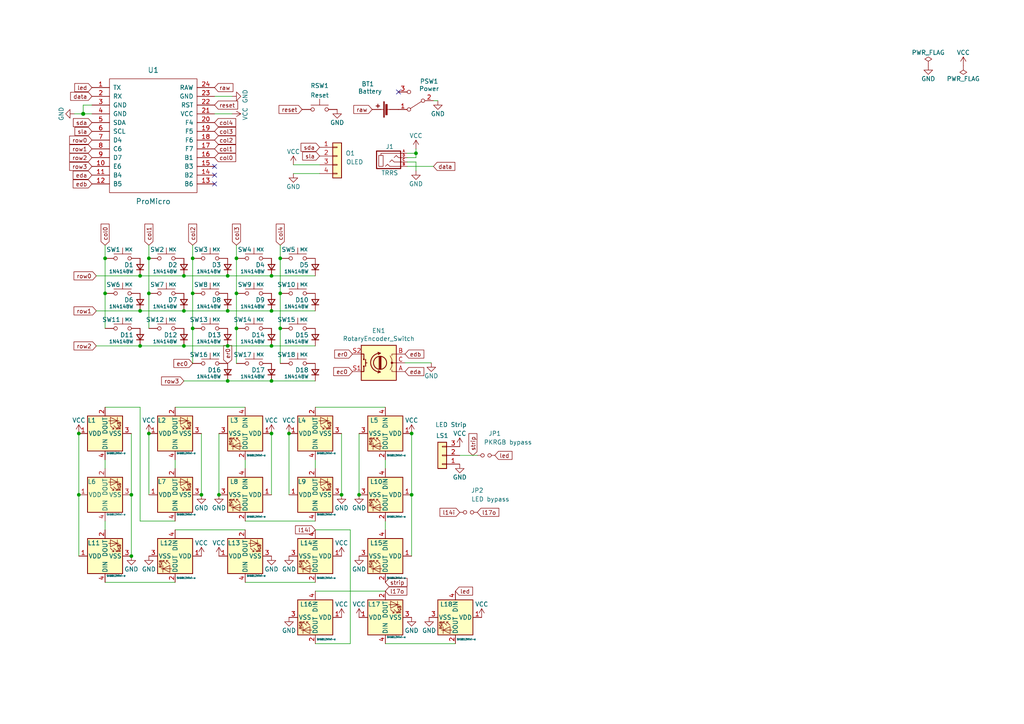
<source format=kicad_sch>
(kicad_sch (version 20211123) (generator eeschema)
  (paper "A4")
  (title_block (title "Howarya?") (date "2022-02-03") (rev "0.2.1") (company "jmnw"))
  (lib_symbols
    (symbol "Connector_Generic:Conn_01x03" (pin_names (offset 1.016) hide)
      (property "Reference" "J" (at 0 5.08 0))
      (property "Value" "Conn_01x03" (at 0 -5.08 0))
      (symbol "Conn_01x03_1_1"
        (rectangle (start -1.27 -2.413) (end 0 -2.667) (stroke (width 0.1524)))
        (rectangle (start -1.27 0.127) (end 0 -0.127) (stroke (width 0.1524)))
        (rectangle (start -1.27 2.667) (end 0 2.413) (stroke (width 0.1524)))
        (rectangle (start -1.27 3.81) (end 1.27 -3.81) (stroke (width 0.254)) (fill (type background)))
        (pin passive line (at -5.08 2.54 0) (length 3.81) (name "Pin_1") (number "1"))
        (pin passive line (at -5.08 0 0) (length 3.81) (name "Pin_2") (number "2"))
        (pin passive line (at -5.08 -2.54 0) (length 3.81) (name "Pin_3") (number "3"))
      )
    )
    (symbol "Connector_Generic:Conn_01x04" (pin_names (offset 1.016) hide)
      (property "Reference" "J" (at 0 5.08 0))
      (property "Value" "Conn_01x04" (at 0 -7.62 0))
      (symbol "Conn_01x04_1_1"
        (rectangle (start -1.27 -4.953) (end 0 -5.207) (stroke (width 0.1524)))
        (rectangle (start -1.27 -2.413) (end 0 -2.667) (stroke (width 0.1524)))
        (rectangle (start -1.27 0.127) (end 0 -0.127) (stroke (width 0.1524)))
        (rectangle (start -1.27 2.667) (end 0 2.413) (stroke (width 0.1524)))
        (rectangle (start -1.27 3.81) (end 1.27 -6.35) (stroke (width 0.254)) (fill (type background)))
        (pin passive line (at -5.08 2.54 0) (length 3.81) (name "Pin_1") (number "1"))
        (pin passive line (at -5.08 0 0) (length 3.81) (name "Pin_2") (number "2"))
        (pin passive line (at -5.08 -2.54 0) (length 3.81) (name "Pin_3") (number "3"))
        (pin passive line (at -5.08 -5.08 0) (length 3.81) (name "Pin_4") (number "4"))
      )
    )
    (symbol "Device:Battery_Cell" (pin_numbers hide) (pin_names (offset 0) hide)
      (property "Reference" "BT" (at 2.54 2.54 0))
      (property "Value" "Battery_Cell" (at 2.54 0 0))
      (symbol "Battery_Cell_0_1"
        (rectangle (start -2.286 1.778) (end 2.286 1.524) (fill (type outline)))
        (rectangle (start -1.5748 1.1938) (end 1.4732 0.6858) (fill (type outline)))
        (polyline (pts (xy 0 0.762) (xy 0 0)))
        (polyline (pts (xy 0 1.778) (xy 0 2.54)))
        (polyline (pts (xy 0.508 3.429) (xy 1.524 3.429)) (stroke (width 0.254)))
        (polyline (pts (xy 1.016 3.937) (xy 1.016 2.921)) (stroke (width 0.254)))
      )
      (symbol "Battery_Cell_1_1"
        (pin passive line (at 0 5.08 270) (length 2.54) (name "+") (number "1"))
        (pin passive line (at 0 -2.54 90) (length 2.54) (name "-") (number "2"))
      )
    )
    (symbol "Device:D_Small" (pin_numbers hide) (pin_names (offset 0.254) hide)
      (property "Reference" "D" (at -1.27 2.032 0))
      (property "Value" "D_Small" (at -3.81 -2.032 0))
      (symbol "D_Small_0_1"
        (polyline (pts (xy -0.762 -1.016) (xy -0.762 1.016)) (stroke (width 0.254)))
        (polyline (pts (xy -0.762 0) (xy 0.762 0)))
        (polyline (pts (xy 0.762 -1.016) (xy -0.762 0) (xy 0.762 1.016) (xy 0.762 -1.016)) (stroke (width 0.254)))
      )
      (symbol "D_Small_1_1"
        (pin passive line (at -2.54 0 0) (length 1.778) (name "K") (number "1"))
        (pin passive line (at 2.54 0 180) (length 1.778) (name "A") (number "2"))
      )
    )
    (symbol "Device:Jumper_NO_Small" (pin_numbers hide) (pin_names (offset 0.762) hide)
      (property "Reference" "JP" (at 0 2.032 0))
      (property "Value" "Jumper_NO_Small" (at 0.254 -1.524 0))
      (symbol "Jumper_NO_Small_0_1"
        (circle (center -1.016 0) (radius 0.508))
        (circle (center 1.016 0) (radius 0.508))
        (pin passive line (at -2.54 0 0) (length 1.016) (name "1") (number "1"))
        (pin passive line (at 2.54 0 180) (length 1.016) (name "2") (number "2"))
      )
    )
    (symbol "Device:RotaryEncoder_Switch" (pin_names (offset 0.254) hide)
      (property "Reference" "SW" (at 0 6.604 0))
      (property "Value" "Device_RotaryEncoder_Switch" (at 0 -6.604 0))
      (symbol "RotaryEncoder_Switch_0_1"
        (rectangle (start -5.08 5.08) (end 5.08 -5.08) (stroke (width 0.254)) (fill (type background)))
        (circle (center -3.81 0) (radius 0.254) (fill (type outline)))
        (arc (start -0.381 -2.794) (mid 2.3622 -0.0635) (end -0.381 2.667) (stroke (width 0.254)))
        (circle (center -0.381 0) (radius 1.905) (stroke (width 0.254)))
        (polyline (pts (xy -0.635 -1.778) (xy -0.635 1.778)) (stroke (width 0.254)))
        (polyline (pts (xy -0.381 -1.778) (xy -0.381 1.778)) (stroke (width 0.254)))
        (polyline (pts (xy -0.127 1.778) (xy -0.127 -1.778)) (stroke (width 0.254)))
        (polyline (pts (xy 3.81 0) (xy 3.429 0)) (stroke (width 0.254)))
        (polyline (pts (xy 3.81 1.016) (xy 3.81 -1.016)) (stroke (width 0.254)))
        (polyline (pts (xy -5.08 -2.54) (xy -3.81 -2.54) (xy -3.81 -2.032)))
        (polyline (pts (xy -5.08 2.54) (xy -3.81 2.54) (xy -3.81 2.032)))
        (polyline (pts (xy 0.254 -3.048) (xy -0.508 -2.794) (xy 0.127 -2.413)) (stroke (width 0.254)))
        (polyline (pts (xy 0.254 2.921) (xy -0.508 2.667) (xy 0.127 2.286)) (stroke (width 0.254)))
        (polyline (pts (xy 5.08 -2.54) (xy 4.318 -2.54) (xy 4.318 -1.016)) (stroke (width 0.254)))
        (polyline (pts (xy 5.08 2.54) (xy 4.318 2.54) (xy 4.318 1.016)) (stroke (width 0.254)))
        (polyline (pts (xy -5.08 0) (xy -3.81 0) (xy -3.81 -1.016) (xy -3.302 -2.032)))
        (polyline (pts (xy -4.318 0) (xy -3.81 0) (xy -3.81 1.016) (xy -3.302 2.032)))
        (circle (center 4.318 -1.016) (radius 0.127) (stroke (width 0.254)))
        (circle (center 4.318 1.016) (radius 0.127) (stroke (width 0.254)))
      )
      (symbol "RotaryEncoder_Switch_1_1"
        (pin passive line (at -7.62 2.54 0) (length 2.54) (name "A") (number "A"))
        (pin passive line (at -7.62 -2.54 0) (length 2.54) (name "B") (number "B"))
        (pin passive line (at -7.62 0 0) (length 2.54) (name "C") (number "C"))
        (pin passive line (at 7.62 2.54 180) (length 2.54) (name "S1") (number "S1"))
        (pin passive line (at 7.62 -2.54 180) (length 2.54) (name "S2") (number "S2"))
      )
    )
    (symbol "Switch:SW_Push" (pin_numbers hide) (pin_names (offset 1.016) hide)
      (property "Reference" "SW" (at 1.27 2.54 0))
      (property "Value" "SW_Push" (at 0 -1.524 0))
      (symbol "SW_Push_0_1"
        (circle (center -2.032 0) (radius 0.508))
        (polyline (pts (xy 0 1.27) (xy 0 3.048)))
        (polyline (pts (xy 2.54 1.27) (xy -2.54 1.27)))
        (circle (center 2.032 0) (radius 0.508))
        (pin passive line (at -5.08 0 0) (length 2.54) (name "1") (number "1"))
        (pin passive line (at 5.08 0 180) (length 2.54) (name "2") (number "2"))
      )
    )
    (symbol "Switch:SW_SPDT" (pin_names (offset 0) hide)
      (property "Reference" "SW" (at 0 4.318 0))
      (property "Value" "SW_SPDT" (at 0 -5.08 0))
      (symbol "SW_SPDT_0_0"
        (circle (center -2.032 0) (radius 0.508))
        (circle (center 2.032 -2.54) (radius 0.508))
      )
      (symbol "SW_SPDT_0_1"
        (polyline (pts (xy -1.524 0.254) (xy 1.651 2.286)))
        (circle (center 2.032 2.54) (radius 0.508))
      )
      (symbol "SW_SPDT_1_1"
        (pin passive line (at 5.08 2.54 180) (length 2.54) (name "A") (number "1"))
        (pin passive line (at -5.08 0 0) (length 2.54) (name "B") (number "2"))
        (pin passive line (at 5.08 -2.54 180) (length 2.54) (name "C") (number "3"))
      )
    )
    (symbol "power:GND" (power) (pin_names (offset 0))
      (property "Value" "GND" (at 0 -3.81 0))
      (symbol "GND_0_1"
        (polyline (pts (xy 0 0) (xy 0 -1.27) (xy 1.27 -1.27) (xy 0 -2.54) (xy -1.27 -1.27) (xy 0 -1.27)))
      )
      (symbol "GND_1_1"
        (pin power_in line (at 0 0 270) (length 0) hide (name "GND") (number "1"))
      )
    )
    (symbol "power:PWR_FLAG" (power) (pin_numbers hide) (pin_names (offset 0) hide)
      (property "Value" "PWR_FLAG" (at 0 3.81 0))
      (symbol "PWR_FLAG_0_0"
        (pin power_out line (at 0 0 90) (length 0) (name "pwr") (number "1"))
      )
      (symbol "PWR_FLAG_0_1"
        (polyline (pts (xy 0 0) (xy 0 1.27) (xy -1.016 1.905) (xy 0 2.54) (xy 1.016 1.905) (xy 0 1.27)))
      )
    )
    (symbol "power:VCC" (power) (pin_names (offset 0))
      (property "Value" "VCC" (at 0 3.81 0))
      (symbol "VCC_0_1"
        (polyline (pts (xy -0.762 1.27) (xy 0 2.54)))
        (polyline (pts (xy 0 0) (xy 0 2.54)))
        (polyline (pts (xy 0 2.54) (xy 0.762 1.27)))
      )
      (symbol "VCC_1_1"
        (pin power_in line (at 0 0 90) (length 0) hide (name "VCC") (number "1"))
      )
    )
    (symbol "swoop:MJ-4PP-9-kbd-corne-light-rescue" (pin_names (offset 1.016))
      (property "Reference" "J" (at 0 3.81 0))
      (property "Value" "MJ-4PP-9-kbd-corne-light-rescue" (at 0 -3.81 0))
      (symbol "MJ-4PP-9-kbd-corne-light-rescue_0_1"
        (rectangle (start -1.905 -1.905) (end -3.175 1.27))
        (polyline (pts (xy -2.54 1.27) (xy -2.54 1.905) (xy 3.175 1.905)))
        (polyline (pts (xy -1.27 -1.905) (xy -0.635 -1.27) (xy 0 -1.905) (xy 3.175 -1.905)))
        (polyline (pts (xy 0 -0.635) (xy 0.635 0) (xy 1.27 -0.635) (xy 3.175 -0.635)))
        (polyline (pts (xy 1.27 0.635) (xy 1.905 1.27) (xy 2.54 0.635) (xy 3.175 0.635)))
        (rectangle (start 3.175 2.54) (end -3.81 -2.54) (stroke (width 0.3048)))
      )
      (symbol "MJ-4PP-9-kbd-corne-light-rescue_1_1"
        (pin input line (at 5.08 1.905 180) (length 2.0066) (name "~") (number "A"))
        (pin input line (at 5.08 -1.905 180) (length 2.0066) (name "~") (number "B"))
        (pin input line (at 5.08 -0.635 180) (length 2.0066) (name "~") (number "C"))
        (pin input line (at 5.08 0.635 180) (length 2.0066) (name "~") (number "D"))
      )
    )
    (symbol "swoop:ProMicro-kbd-corne-light-rescue" (pin_names (offset 1.016))
      (property "Reference" "U" (at 0 24.13 0))
      (property "Value" "ProMicro-kbd-corne-light-rescue" (at 0 -13.97 0))
      (symbol "ProMicro-kbd-corne-light-rescue_0_1"
        (rectangle (start -12.7 21.59) (end 12.7 -11.43))
      )
      (symbol "ProMicro-kbd-corne-light-rescue_1_1"
        (pin bidirectional line (at -17.78 19.05 0) (length 5.08) (name "TX") (number "1"))
        (pin bidirectional line (at -17.78 -3.81 0) (length 5.08) (name "E6") (number "10"))
        (pin bidirectional line (at -17.78 -6.35 0) (length 5.08) (name "B4") (number "11"))
        (pin bidirectional line (at -17.78 -8.89 0) (length 5.08) (name "B5") (number "12"))
        (pin bidirectional line (at 17.78 -8.89 180) (length 5.08) (name "B6") (number "13"))
        (pin bidirectional line (at 17.78 -6.35 180) (length 5.08) (name "B2") (number "14"))
        (pin bidirectional line (at 17.78 -3.81 180) (length 5.08) (name "B3") (number "15"))
        (pin bidirectional line (at 17.78 -1.27 180) (length 5.08) (name "B1") (number "16"))
        (pin bidirectional line (at 17.78 1.27 180) (length 5.08) (name "F7") (number "17"))
        (pin bidirectional line (at 17.78 3.81 180) (length 5.08) (name "F6") (number "18"))
        (pin bidirectional line (at 17.78 6.35 180) (length 5.08) (name "F5") (number "19"))
        (pin bidirectional line (at -17.78 16.51 0) (length 5.08) (name "RX") (number "2"))
        (pin bidirectional line (at 17.78 8.89 180) (length 5.08) (name "F4") (number "20"))
        (pin power_in line (at 17.78 11.43 180) (length 5.08) (name "VCC") (number "21"))
        (pin input line (at 17.78 13.97 180) (length 5.08) (name "RST") (number "22"))
        (pin power_in line (at 17.78 16.51 180) (length 5.08) (name "GND") (number "23"))
        (pin power_out line (at 17.78 19.05 180) (length 5.08) (name "RAW") (number "24"))
        (pin power_in line (at -17.78 13.97 0) (length 5.08) (name "GND") (number "3"))
        (pin power_in line (at -17.78 11.43 0) (length 5.08) (name "GND") (number "4"))
        (pin bidirectional line (at -17.78 8.89 0) (length 5.08) (name "SDA") (number "5"))
        (pin bidirectional line (at -17.78 6.35 0) (length 5.08) (name "SCL") (number "6"))
        (pin bidirectional line (at -17.78 3.81 0) (length 5.08) (name "D4") (number "7"))
        (pin bidirectional line (at -17.78 1.27 0) (length 5.08) (name "C6") (number "8"))
        (pin bidirectional line (at -17.78 -1.27 0) (length 5.08) (name "D7") (number "9"))
      )
    )
    (symbol "swoop:SK6812MINI-E" (pin_names (offset 0.254))
      (property "Reference" "L1" (at -4.699 3.81 90))
      (property "Value" "SK6812MINI-E" (at 2.921 -5.715 90))
      (symbol "SK6812MINI-E_0_0"
        (text "RGB" (at 2.286 -4.191 0) (effects (font (size 0.762 0.762))))
      )
      (symbol "SK6812MINI-E_0_1"
        (polyline (pts (xy 1.27 -3.556) (xy 1.778 -3.556)))
        (polyline (pts (xy 1.27 -2.54) (xy 1.778 -2.54)))
        (polyline (pts (xy 4.699 -3.556) (xy 2.667 -3.556)))
        (polyline (pts (xy 2.286 -2.54) (xy 1.27 -3.556) (xy 1.27 -3.048)))
        (polyline (pts (xy 2.286 -1.524) (xy 1.27 -2.54) (xy 1.27 -2.032)))
        (polyline (pts (xy 3.683 -1.016) (xy 3.683 -3.556) (xy 3.683 -4.064)))
        (polyline (pts (xy 4.699 -1.524) (xy 2.667 -1.524) (xy 3.683 -3.556) (xy 4.699 -1.524)))
        (rectangle (start 5.08 5.08) (end -5.08 -5.08) (stroke (width 0.254)) (fill (type background)))
      )
      (symbol "SK6812MINI-E_1_1"
        (pin power_in line (at 0 7.62 270) (length 2.54) (name "VDD") (number "1"))
        (pin output line (at 7.62 0 180) (length 2.54) (name "DOUT") (number "2"))
        (pin power_in line (at 0 -7.62 90) (length 2.54) (name "VSS") (number "3"))
        (pin input line (at -7.62 0 0) (length 2.54) (name "DIN") (number "4"))
      )
    )
  )
  (junction (at 43.18 85.09))
  (junction (at 53.34 80.01))
  (junction (at 68.58 74.93))
  (junction (at 38.1 143.51))
  (junction (at 68.58 95.25))
  (junction (at 83.82 125.73))
  (junction (at 68.58 85.09))
  (junction (at 22.86 143.51))
  (junction (at 38.1 161.29))
  (junction (at 66.04 90.17))
  (junction (at 119.38 125.73))
  (junction (at 66.04 110.49))
  (junction (at 78.74 110.49))
  (junction (at 66.04 100.33))
  (junction (at 53.34 90.17))
  (junction (at 58.42 143.51))
  (junction (at 40.64 100.33))
  (junction (at 99.06 143.51))
  (junction (at 78.74 100.33))
  (junction (at 24.13 33.02) (diameter 1.016))
  (junction (at 119.38 143.51))
  (junction (at 55.88 74.93))
  (junction (at 53.34 100.33))
  (junction (at 120.65 44.45))
  (junction (at 55.88 85.09))
  (junction (at 22.86 125.73))
  (junction (at 55.88 95.25))
  (junction (at 104.14 143.51))
  (junction (at 81.28 85.09))
  (junction (at 43.18 74.93))
  (junction (at 30.48 74.93))
  (junction (at 43.18 125.73))
  (junction (at 81.28 74.93))
  (junction (at 40.64 80.01))
  (junction (at 81.28 95.25))
  (junction (at 78.74 80.01))
  (junction (at 30.48 85.09))
  (junction (at 78.74 90.17))
  (junction (at 40.64 90.17))
  (junction (at 78.74 125.73))
  (junction (at 66.04 80.01))
  (junction (at 63.5 143.51))
  (no_connect (at 115.57 26.67))
  (no_connect (at 62.23 53.34))
  (no_connect (at 62.23 48.26))
  (no_connect (at 62.23 50.8))
  (wire (pts (xy 40.64 118.11) (xy 40.64 151.13)))
  (wire (pts (xy 22.86 125.73) (xy 22.86 143.51)))
  (wire (pts (xy 118.11 45.72) (xy 120.65 45.72)))
  (wire (pts (xy 55.88 74.93) (xy 55.88 85.09)))
  (wire (pts (xy 55.88 85.09) (xy 55.88 95.25)))
  (wire (pts (xy 55.88 71.12) (xy 55.88 74.93)))
  (wire (pts (xy 55.88 95.25) (xy 55.88 105.41)))
  (wire (pts (xy 119.38 143.51) (xy 119.38 161.29)))
  (wire (pts (xy 43.18 71.12) (xy 43.18 74.93)))
  (wire (pts (xy 43.18 74.93) (xy 43.18 85.09)))
  (wire (pts (xy 43.18 85.09) (xy 43.18 95.25)))
  (wire (pts (xy 71.12 168.91) (xy 91.44 168.91)))
  (wire (pts (xy 30.48 168.91) (xy 50.8 168.91)))
  (wire (pts (xy 62.23 27.94) (xy 67.31 27.94)))
  (wire (pts (xy 78.74 125.73) (xy 78.74 143.51)))
  (wire (pts (xy 30.48 151.13) (xy 30.48 153.67)))
  (wire (pts (xy 53.34 110.49) (xy 66.04 110.49)))
  (wire (pts (xy 38.1 125.73) (xy 38.1 143.51)))
  (wire (pts (xy 40.64 151.13) (xy 50.8 151.13)))
  (wire (pts (xy 104.14 125.73) (xy 104.14 143.51)))
  (wire (pts (xy 133.35 132.08) (xy 138.43 132.08)))
  (wire (pts (xy 63.5 125.73) (xy 63.5 143.51)))
  (wire (pts (xy 91.44 118.11) (xy 111.76 118.11)))
  (wire (pts (xy 71.12 133.35) (xy 71.12 135.89)))
  (wire (pts (xy 111.76 133.35) (xy 111.76 135.89)))
  (wire (pts (xy 120.65 46.99) (xy 120.65 49.53)))
  (wire (pts (xy 91.44 186.69) (xy 101.6 186.69)))
  (wire (pts (xy 119.38 125.73) (xy 119.38 143.51)))
  (wire (pts (xy 50.8 153.67) (xy 71.12 153.67)))
  (wire (pts (xy 111.76 186.69) (xy 132.08 186.69)))
  (wire (pts (xy 99.06 125.73) (xy 99.06 143.51)))
  (wire (pts (xy 83.82 125.73) (xy 83.82 143.51)))
  (wire (pts (xy 62.23 33.02) (xy 67.31 33.02)))
  (wire (pts (xy 50.8 118.11) (xy 71.12 118.11)))
  (wire (pts (xy 24.13 33.02) (xy 26.67 33.02)))
  (wire (pts (xy 68.58 85.09) (xy 68.58 95.25)))
  (wire (pts (xy 68.58 95.25) (xy 68.58 105.41)))
  (wire (pts (xy 68.58 71.12) (xy 68.58 74.93)))
  (wire (pts (xy 68.58 74.93) (xy 68.58 85.09)))
  (wire (pts (xy 53.34 100.33) (xy 66.04 100.33)))
  (wire (pts (xy 40.64 100.33) (xy 53.34 100.33)))
  (wire (pts (xy 66.04 100.33) (xy 78.74 100.33)))
  (wire (pts (xy 78.74 100.33) (xy 91.44 100.33)))
  (wire (pts (xy 27.94 100.33) (xy 40.64 100.33)))
  (wire (pts (xy 40.64 90.17) (xy 53.34 90.17)))
  (wire (pts (xy 53.34 90.17) (xy 66.04 90.17)))
  (wire (pts (xy 78.74 90.17) (xy 91.44 90.17)))
  (wire (pts (xy 27.94 90.17) (xy 40.64 90.17)))
  (wire (pts (xy 66.04 90.17) (xy 78.74 90.17)))
  (wire (pts (xy 26.67 30.48) (xy 24.13 30.48)))
  (wire (pts (xy 22.86 143.51) (xy 22.86 161.29)))
  (wire (pts (xy 78.74 110.49) (xy 91.44 110.49)))
  (wire (pts (xy 40.64 80.01) (xy 53.34 80.01)))
  (wire (pts (xy 53.34 80.01) (xy 66.04 80.01)))
  (wire (pts (xy 78.74 80.01) (xy 91.44 80.01)))
  (wire (pts (xy 27.94 80.01) (xy 40.64 80.01)))
  (wire (pts (xy 66.04 80.01) (xy 78.74 80.01)))
  (wire (pts (xy 91.44 171.45) (xy 111.76 171.45)))
  (wire (pts (xy 66.04 110.49) (xy 78.74 110.49)))
  (wire (pts (xy 85.09 47.8005) (xy 92.71 47.8005)))
  (wire (pts (xy 24.13 30.48) (xy 24.13 33.02)))
  (wire (pts (xy 50.8 133.35) (xy 50.8 135.89)))
  (wire (pts (xy 118.11 44.45) (xy 120.65 44.45)))
  (wire (pts (xy 43.18 125.73) (xy 43.18 143.51)))
  (wire (pts (xy 118.11 48.26) (xy 125.73 48.26)))
  (wire (pts (xy 30.48 118.11) (xy 40.64 118.11)))
  (wire (pts (xy 117.475 105.2345) (xy 125.095 105.2345)))
  (wire (pts (xy 38.1 143.51) (xy 38.1 161.29)))
  (wire (pts (xy 111.76 151.13) (xy 111.76 153.67)))
  (wire (pts (xy 21.59 33.02) (xy 24.13 33.02)))
  (wire (pts (xy 30.48 74.93) (xy 30.48 85.09)))
  (wire (pts (xy 30.48 85.09) (xy 30.48 95.25)))
  (wire (pts (xy 30.48 71.12) (xy 30.48 74.93)))
  (wire (pts (xy 85.09 50.3405) (xy 92.71 50.3405)))
  (wire (pts (xy 118.11 46.99) (xy 120.65 46.99)))
  (wire (pts (xy 120.65 45.72) (xy 120.65 44.45)))
  (wire (pts (xy 120.65 44.45) (xy 120.65 43.18)))
  (wire (pts (xy 58.42 125.73) (xy 58.42 143.51)))
  (wire (pts (xy 71.12 151.13) (xy 91.44 151.13)))
  (wire (pts (xy 101.6 186.69) (xy 101.6 153.67)))
  (wire (pts (xy 125.73 29.21) (xy 127 29.21)))
  (wire (pts (xy 30.48 133.35) (xy 30.48 135.89)))
  (wire (pts (xy 91.44 133.35) (xy 91.44 135.89)))
  (wire (pts (xy 81.28 95.25) (xy 81.28 105.41)))
  (wire (pts (xy 81.28 85.09) (xy 81.28 95.25)))
  (wire (pts (xy 81.28 71.12) (xy 81.28 74.93)))
  (wire (pts (xy 81.28 74.93) (xy 81.28 85.09)))
  (wire (pts (xy 101.6 153.67) (xy 91.44 153.67)))
  (global_label "row2" (shape input) (at 26.67 45.72 180) (effects (font (size 1.1938 1.1938))) (property "Intersheet References" "${INTERSHEET_REFS}" (effects hide)))
  (global_label "raw" (shape input) (at 62.23 25.4 0) (effects (font (size 1.1938 1.1938))) (property "Intersheet References" "${INTERSHEET_REFS}" (effects hide)))
  (global_label "led" (shape input) (at 132.08 171.45 0) (effects (font (size 1.1938 1.1938))) (property "Intersheet References" "${INTERSHEET_REFS}" (effects hide)))
  (global_label "er0" (shape input) (at 102.235 102.6945 180) (effects (font (size 1.1938 1.1938))) (property "Intersheet References" "${INTERSHEET_REFS}" (effects hide)))
  (global_label "row3" (shape input) (at 26.67 48.26 180) (effects (font (size 1.1938 1.1938))) (property "Intersheet References" "${INTERSHEET_REFS}" (effects hide)))
  (global_label "reset" (shape input) (at 62.23 30.48 0) (effects (font (size 1.1938 1.1938))) (property "Intersheet References" "${INTERSHEET_REFS}" (effects hide)))
  (global_label "ec0" (shape input) (at 102.235 107.7745 180) (effects (font (size 1.1938 1.1938))) (property "Intersheet References" "${INTERSHEET_REFS}" (effects hide)))
  (global_label "ec0" (shape input) (at 55.88 105.41 180) (effects (font (size 1.1938 1.1938))) (property "Intersheet References" "${INTERSHEET_REFS}" (effects hide)))
  (global_label "row3" (shape input) (at 53.34 110.49 180) (effects (font (size 1.1938 1.1938))) (property "Intersheet References" "${INTERSHEET_REFS}" (effects hide)))
  (global_label "eda" (shape input) (at 26.67 50.8 180) (effects (font (size 1.1938 1.1938))) (property "Intersheet References" "${INTERSHEET_REFS}" (effects hide)))
  (global_label "sla" (shape input) (at 92.71 45.2605 180) (effects (font (size 1.1938 1.1938))) (property "Intersheet References" "${INTERSHEET_REFS}" (effects hide)))
  (global_label "row2" (shape input) (at 27.94 100.33 180) (effects (font (size 1.1938 1.1938))) (property "Intersheet References" "${INTERSHEET_REFS}" (effects hide)))
  (global_label "sla" (shape input) (at 26.67 38.1 180) (effects (font (size 1.1938 1.1938))) (property "Intersheet References" "${INTERSHEET_REFS}" (effects hide)))
  (global_label "sda" (shape input) (at 92.71 42.7205 180) (effects (font (size 1.1938 1.1938))) (property "Intersheet References" "${INTERSHEET_REFS}" (effects hide)))
  (global_label "col1" (shape input) (at 62.23 43.18 0) (effects (font (size 1.1938 1.1938))) (property "Intersheet References" "${INTERSHEET_REFS}" (effects hide)))
  (global_label "col1" (shape input) (at 43.18 71.12 90) (effects (font (size 1.1938 1.1938))) (property "Intersheet References" "${INTERSHEET_REFS}" (effects hide)))
  (global_label "er0" (shape input) (at 66.04 105.41 90) (effects (font (size 1.1938 1.1938))) (property "Intersheet References" "${INTERSHEET_REFS}" (effects hide)))
  (global_label "raw" (shape input) (at 107.95 31.75 180) (effects (font (size 1.1938 1.1938))) (property "Intersheet References" "${INTERSHEET_REFS}" (effects hide)))
  (global_label "led" (shape input) (at 143.51 132.08 0) (effects (font (size 1.1938 1.1938))) (property "Intersheet References" "${INTERSHEET_REFS}" (effects hide)))
  (global_label "col3" (shape input) (at 62.23 38.1 0) (effects (font (size 1.1938 1.1938))) (property "Intersheet References" "${INTERSHEET_REFS}" (effects hide)))
  (global_label "col2" (shape input) (at 62.23 40.64 0) (effects (font (size 1.1938 1.1938))) (property "Intersheet References" "${INTERSHEET_REFS}" (effects hide)))
  (global_label "led" (shape input) (at 26.67 25.4 180) (effects (font (size 1.1938 1.1938))) (property "Intersheet References" "${INTERSHEET_REFS}" (effects hide)))
  (global_label "l17o" (shape input) (at 138.43 148.59 0) (effects (font (size 1.1938 1.1938))) (property "Intersheet References" "${INTERSHEET_REFS}" (effects hide)))
  (global_label "col2" (shape input) (at 55.88 71.12 90) (effects (font (size 1.1938 1.1938))) (property "Intersheet References" "${INTERSHEET_REFS}" (effects hide)))
  (global_label "strip" (shape input) (at 137.16 132.08 90) (effects (font (size 1.1938 1.1938))) (property "Intersheet References" "${INTERSHEET_REFS}" (effects hide)))
  (global_label "strip" (shape input) (at 111.76 168.91 0) (effects (font (size 1.1938 1.1938))) (property "Intersheet References" "${INTERSHEET_REFS}" (effects hide)))
  (global_label "edb" (shape input) (at 26.67 53.34 180) (effects (font (size 1.1938 1.1938))) (property "Intersheet References" "${INTERSHEET_REFS}" (effects hide)))
  (global_label "data" (shape input) (at 26.67 27.94 180) (effects (font (size 1.1938 1.1938))) (property "Intersheet References" "${INTERSHEET_REFS}" (effects hide)))
  (global_label "edb" (shape input) (at 117.475 102.6945 0) (effects (font (size 1.1938 1.1938))) (property "Intersheet References" "${INTERSHEET_REFS}" (effects hide)))
  (global_label "col3" (shape input) (at 68.58 71.12 90) (effects (font (size 1.1938 1.1938))) (property "Intersheet References" "${INTERSHEET_REFS}" (effects hide)))
  (global_label "l14i" (shape input) (at 133.35 148.59 180) (effects (font (size 1.1938 1.1938))) (property "Intersheet References" "${INTERSHEET_REFS}" (effects hide)))
  (global_label "row1" (shape input) (at 26.67 43.18 180) (effects (font (size 1.1938 1.1938))) (property "Intersheet References" "${INTERSHEET_REFS}" (effects hide)))
  (global_label "sda" (shape input) (at 26.67 35.56 180) (effects (font (size 1.1938 1.1938))) (property "Intersheet References" "${INTERSHEET_REFS}" (effects hide)))
  (global_label "col4" (shape input) (at 81.28 71.12 90) (effects (font (size 1.1938 1.1938))) (property "Intersheet References" "${INTERSHEET_REFS}" (effects hide)))
  (global_label "col0" (shape input) (at 30.48 71.12 90) (effects (font (size 1.1938 1.1938))) (property "Intersheet References" "${INTERSHEET_REFS}" (effects hide)))
  (global_label "reset" (shape input) (at 87.63 31.75 180) (effects (font (size 1.1938 1.1938))) (property "Intersheet References" "${INTERSHEET_REFS}" (effects hide)))
  (global_label "row0" (shape input) (at 27.94 80.01 180) (effects (font (size 1.1938 1.1938))) (property "Intersheet References" "${INTERSHEET_REFS}" (effects hide)))
  (global_label "data" (shape input) (at 125.73 48.26 0) (effects (font (size 1.1938 1.1938))) (property "Intersheet References" "${INTERSHEET_REFS}" (effects hide)))
  (global_label "l17o" (shape input) (at 111.76 171.45 0) (effects (font (size 1.1938 1.1938))) (property "Intersheet References" "${INTERSHEET_REFS}" (effects hide)))
  (global_label "col0" (shape input) (at 62.23 45.72 0) (effects (font (size 1.1938 1.1938))) (property "Intersheet References" "${INTERSHEET_REFS}" (effects hide)))
  (global_label "col4" (shape input) (at 62.23 35.56 0) (effects (font (size 1.1938 1.1938))) (property "Intersheet References" "${INTERSHEET_REFS}" (effects hide)))
  (global_label "row0" (shape input) (at 26.67 40.64 180) (effects (font (size 1.1938 1.1938))) (property "Intersheet References" "${INTERSHEET_REFS}" (effects hide)))
  (global_label "row1" (shape input) (at 27.94 90.17 180) (effects (font (size 1.1938 1.1938))) (property "Intersheet References" "${INTERSHEET_REFS}" (effects hide)))
  (global_label "eda" (shape input) (at 117.475 107.7745 0) (effects (font (size 1.1938 1.1938))) (property "Intersheet References" "${INTERSHEET_REFS}" (effects hide)))
  (global_label "l14i" (shape input) (at 91.44 153.67 180) (effects (font (size 1.1938 1.1938))) (property "Intersheet References" "${INTERSHEET_REFS}" (effects hide)))
  (symbol (lib_id "swoop:ProMicro-kbd-corne-light-rescue") (at 44.45 44.45 0) (unit 1)
    (property "Reference" "U1" (at 44.45 20.32 0) (effects (font (size 1.524 1.524))))
    (property "Value" "ProMicro" (at 44.45 58.42 0) (effects (font (size 1.524 1.524))))
    (property "Footprint" "swoop:ProMicro_jumpers" (effects hide))
  )
  (symbol (lib_id "power:GND") (at 67.31 27.94 90) (unit 1)
    (property "Reference" "#PWR03" (effects hide))
    (property "Value" "GND" (at 71.12 27.94 0))
  )
  (symbol (lib_id "power:VCC") (at 67.31 33.02 270) (unit 1)
    (property "Reference" "#PWR05" (effects hide))
    (property "Value" "VCC" (at 71.12 33.02 0))
  )
  (symbol (lib_id "power:GND") (at 21.59 33.02 270) (unit 1)
    (property "Reference" "#PWR04" (effects hide))
    (property "Value" "GND" (at 17.78 33.02 0))
  )
  (symbol (lib_id "power:GND") (at 269.24 19.05 0) (unit 1)
    (property "Reference" "#PWR01" (effects hide))
    (property "Value" "GND" (at 269.24 22.86 0))
  )
  (symbol (lib_id "power:VCC") (at 279.4 19.05 0) (unit 1)
    (property "Reference" "#PWR02" (effects hide))
    (property "Value" "VCC" (at 279.4 15.24 0))
  )
  (symbol (lib_id "power:PWR_FLAG") (at 279.4 19.05 180) (unit 1)
    (property "Reference" "#FLG02" (effects hide))
    (property "Value" "PWR_FLAG" (at 279.4 22.86 0))
  )
  (symbol (lib_id "power:PWR_FLAG") (at 269.24 19.05 0) (unit 1)
    (property "Reference" "#FLG01" (effects hide))
    (property "Value" "PWR_FLAG" (at 269.24 15.24 0))
  )
  (symbol (lib_id "power:VCC") (at 120.65 43.18 0) (unit 1)
    (property "Reference" "#PWR06" (effects hide))
    (property "Value" "VCC" (at 120.65 39.37 0))
  )
  (symbol (lib_id "power:GND") (at 120.65 49.53 0) (unit 1)
    (property "Reference" "#PWR08" (effects hide))
    (property "Value" "GND" (at 120.65 53.34 0))
  )
  (symbol (lib_id "swoop:MJ-4PP-9-kbd-corne-light-rescue") (at 113.03 46.355 0) (unit 1)
    (property "Reference" "J1" (at 113.03 42.545 0))
    (property "Value" "TRRS" (at 113.03 50.165 0))
    (property "Footprint" "swoop:TRRS-3pin" (effects hide))
  )
  (symbol (lib_id "Device:D_Small") (at 78.74 77.47 90) (unit 1)
    (property "Reference" "D4" (at 76.835 76.835 90) (effects (justify left)))
    (property "Value" " 1N4148W" (at 76.835 78.74 90) (effects (font (size 1 1)) (justify left)))
    (property "Footprint" "swoop:D_SMD_TH" (effects hide))
  )
  (symbol (lib_id "Device:D_Small") (at 40.64 97.79 90) (unit 1)
    (property "Reference" "D11" (at 38.735 97.155 90) (effects (justify left)))
    (property "Value" " 1N4148W" (at 38.735 99.06 90) (effects (font (size 1 1)) (justify left)))
    (property "Footprint" "swoop:D_SMD_TH" (effects hide))
  )
  (symbol (lib_id "Device:D_Small") (at 53.34 77.47 90) (unit 1)
    (property "Reference" "D2" (at 51.435 76.835 90) (effects (justify left)))
    (property "Value" " 1N4148W" (at 51.435 78.74 90) (effects (font (size 1 1)) (justify left)))
    (property "Footprint" "swoop:D_SMD_TH" (effects hide))
  )
  (symbol (lib_id "power:VCC") (at 133.35 129.54 0) (unit 1)
    (property "Reference" "#PWR0109" (effects hide))
    (property "Value" "VCC" (at 133.35 125.73 0))
  )
  (symbol (lib_id "power:GND") (at 99.06 143.51 0) (unit 1)
    (property "Reference" "#PWR015" (effects hide))
    (property "Value" "GND" (at 99.06 147.32 0))
  )
  (symbol (lib_id "Switch:SW_Push") (at 92.71 31.75 0) (unit 1)
    (property "Reference" "RSW1" (at 92.71 24.8625 0))
    (property "Value" "Reset" (at 92.71 27.6376 0))
    (property "Footprint" "swoop:Reset" (effects hide))
  )
  (symbol (lib_id "Device:D_Small") (at 40.64 87.63 90) (unit 1)
    (property "Reference" "D6" (at 38.735 86.995 90) (effects (justify left)))
    (property "Value" " 1N4148W" (at 38.735 88.9 90) (effects (font (size 1 1)) (justify left)))
    (property "Footprint" "swoop:D_SMD_TH" (effects hide))
  )
  (symbol (lib_id "power:GND") (at 63.5 143.51 0) (unit 1)
    (property "Reference" "#PWR014" (effects hide))
    (property "Value" "GND" (at 63.5 147.32 0))
  )
  (symbol (lib_id "swoop:SK6812MINI-E") (at 111.76 143.51 270) (unit 1)
    (property "Reference" "L10" (at 107.315 139.7 90) (effects (justify left)))
    (property "Value" "SK6812Mini-e" (at 114.935 149.86 90) (effects (font (size 0.5 0.5))))
    (property "Footprint" "swoop:SK6812_Mini_E" (effects hide))
    (property "JLCPCB BOM" "0" (effects hide))
  )
  (symbol (lib_id "power:VCC") (at 58.42 161.29 0) (unit 1)
    (property "Reference" "#PWR019" (effects hide))
    (property "Value" "VCC" (at 58.42 157.48 0))
  )
  (symbol (lib_id "Device:D_Small") (at 91.44 87.63 90) (unit 1)
    (property "Reference" "D10" (at 89.535 86.995 90) (effects (justify left)))
    (property "Value" " 1N4148W" (at 89.535 88.9 90) (effects (font (size 1 1)) (justify left)))
    (property "Footprint" "swoop:D_SMD_TH" (effects hide))
  )
  (symbol (lib_id "Device:D_Small") (at 66.04 87.63 90) (unit 1)
    (property "Reference" "D8" (at 64.135 86.995 90) (effects (justify left)))
    (property "Value" " 1N4148W" (at 64.135 88.9 90) (effects (font (size 1 1)) (justify left)))
    (property "Footprint" "swoop:D_SMD_TH" (effects hide))
  )
  (symbol (lib_id "power:GND") (at 127 29.21 0) (unit 1)
    (property "Reference" "#PWR0101" (effects hide))
    (property "Value" "GND" (at 127 33.02 0))
  )
  (symbol (lib_id "Device:D_Small") (at 78.74 87.63 90) (unit 1)
    (property "Reference" "D9" (at 76.835 86.995 90) (effects (justify left)))
    (property "Value" " 1N4148W" (at 76.835 88.9 90) (effects (font (size 1 1)) (justify left)))
    (property "Footprint" "swoop:D_SMD_TH" (effects hide))
  )
  (symbol (lib_id "power:VCC") (at 43.18 125.73 0) (unit 1)
    (property "Reference" "#PWR09" (effects hide))
    (property "Value" "VCC" (at 43.18 121.92 0))
  )
  (symbol (lib_id "Switch:SW_Push") (at 35.56 74.93 0) (unit 1)
    (property "Reference" "SW1" (at 34.925 72.39 0) (effects (justify right)))
    (property "Value" "MX" (at 36.195 72.39 0) (effects (font (size 1 1)) (justify left)))
    (property "Footprint" "swoop:MX_socket_reversible" (effects hide))
  )
  (symbol (lib_id "swoop:SK6812MINI-E") (at 111.76 179.07 90) (unit 1)
    (property "Reference" "L17" (at 106.68 175.26 90) (effects (justify right)))
    (property "Value" "SK6812Mini-e" (at 114.935 184.785 90) (effects (font (size 0.5 0.5))))
    (property "Footprint" "swoop:SK6812_Mini_E" (effects hide))
    (property "JLCPCB BOM" "0" (effects hide))
  )
  (symbol (lib_id "power:VCC") (at 99.06 179.07 0) (unit 1)
    (property "Reference" "#PWR026" (effects hide))
    (property "Value" "VCC" (at 99.06 175.26 0))
  )
  (symbol (lib_id "Switch:SW_Push") (at 60.96 95.25 0) (unit 1)
    (property "Reference" "SW13" (at 60.325 92.71 0) (effects (justify right)))
    (property "Value" "MX" (at 61.595 92.71 0) (effects (font (size 1 1)) (justify left)))
    (property "Footprint" "swoop:MX_socket_reversible" (effects hide))
  )
  (symbol (lib_id "power:GND") (at 104.14 143.51 0) (unit 1)
    (property "Reference" "#PWR016" (effects hide))
    (property "Value" "GND" (at 104.14 147.32 0))
  )
  (symbol (lib_id "swoop:SK6812MINI-E") (at 71.12 125.73 270) (unit 1)
    (property "Reference" "L3" (at 66.675 121.92 90) (effects (justify left)))
    (property "Value" "SK6812Mini-e" (at 74.295 132.08 90) (effects (font (size 0.5 0.5))))
    (property "Footprint" "swoop:SK6812_Mini_E" (effects hide))
    (property "JLCPCB BOM" "0" (effects hide))
  )
  (symbol (lib_id "Switch:SW_Push") (at 86.36 105.41 0) (unit 1)
    (property "Reference" "SW18" (at 85.725 102.87 0) (effects (justify right)))
    (property "Value" "MX" (at 86.995 102.87 0) (effects (font (size 1 1)) (justify left)))
    (property "Footprint" "swoop:MX_socket_reversible" (effects hide))
  )
  (symbol (lib_id "Switch:SW_Push") (at 73.66 74.93 0) (unit 1)
    (property "Reference" "SW4" (at 73.025 72.39 0) (effects (justify right)))
    (property "Value" "MX" (at 74.295 72.39 0) (effects (font (size 1 1)) (justify left)))
    (property "Footprint" "swoop:MX_socket_reversible" (effects hide))
  )
  (symbol (lib_id "swoop:SK6812MINI-E") (at 111.76 125.73 270) (unit 1)
    (property "Reference" "L5" (at 107.315 121.92 90) (effects (justify left)))
    (property "Value" "SK6812Mini-e" (at 114.935 132.08 90) (effects (font (size 0.5 0.5))))
    (property "Footprint" "swoop:SK6812_Mini_E" (effects hide))
    (property "JLCPCB BOM" "0" (effects hide))
  )
  (symbol (lib_id "swoop:SK6812MINI-E") (at 50.8 125.73 90) (unit 1)
    (property "Reference" "L2" (at 45.72 121.92 90) (effects (justify right)))
    (property "Value" "SK6812Mini-e" (at 53.975 131.445 90) (effects (font (size 0.5 0.5))))
    (property "Footprint" "swoop:SK6812_Mini_E" (effects hide))
    (property "JLCPCB BOM" "0" (effects hide))
  )
  (symbol (lib_id "Device:D_Small") (at 91.44 107.95 90) (unit 1)
    (property "Reference" "D18" (at 89.535 107.315 90) (effects (justify left)))
    (property "Value" " 1N4148W" (at 89.535 109.22 90) (effects (font (size 1 1)) (justify left)))
    (property "Footprint" "swoop:D_SMD_TH" (effects hide))
  )
  (symbol (lib_id "swoop:SK6812MINI-E") (at 91.44 143.51 90) (unit 1)
    (property "Reference" "L9" (at 86.36 139.7 90) (effects (justify right)))
    (property "Value" "SK6812Mini-e" (at 94.615 149.225 90) (effects (font (size 0.5 0.5))))
    (property "Footprint" "swoop:SK6812_Mini_E" (effects hide))
    (property "JLCPCB BOM" "0" (effects hide))
  )
  (symbol (lib_id "swoop:SK6812MINI-E") (at 71.12 143.51 270) (unit 1)
    (property "Reference" "L8" (at 66.675 139.7 90) (effects (justify left)))
    (property "Value" "SK6812Mini-e" (at 74.295 149.86 90) (effects (font (size 0.5 0.5))))
    (property "Footprint" "swoop:SK6812_Mini_E" (effects hide))
    (property "JLCPCB BOM" "0" (effects hide))
  )
  (symbol (lib_id "Switch:SW_Push") (at 35.56 95.25 0) (unit 1)
    (property "Reference" "SW11" (at 34.925 92.71 0) (effects (justify right)))
    (property "Value" "MX" (at 36.195 92.71 0) (effects (font (size 1 1)) (justify left)))
    (property "Footprint" "swoop:MX_socket_reversible" (effects hide))
  )
  (symbol (lib_id "Switch:SW_Push") (at 73.66 95.25 0) (unit 1)
    (property "Reference" "SW14" (at 73.025 92.71 0) (effects (justify right)))
    (property "Value" "MX" (at 74.295 92.71 0) (effects (font (size 1 1)) (justify left)))
    (property "Footprint" "swoop:MX_socket_reversible" (effects hide))
  )
  (symbol (lib_id "power:VCC") (at 139.7 179.07 0) (unit 1)
    (property "Reference" "#PWR0107" (effects hide))
    (property "Value" "VCC" (at 139.7 175.26 0))
  )
  (symbol (lib_id "power:VCC") (at 22.86 125.73 0) (unit 1)
    (property "Reference" "#PWR07" (effects hide))
    (property "Value" "VCC" (at 22.86 121.92 0))
  )
  (symbol (lib_id "power:GND") (at 124.46 179.07 0) (unit 1)
    (property "Reference" "#PWR0103" (effects hide))
    (property "Value" "GND" (at 124.46 182.88 0))
  )
  (symbol (lib_id "Switch:SW_Push") (at 73.66 105.41 0) (unit 1)
    (property "Reference" "SW17" (at 73.025 102.87 0) (effects (justify right)))
    (property "Value" "MX" (at 74.295 102.87 0) (effects (font (size 1 1)) (justify left)))
    (property "Footprint" "swoop:MX_socket_reversible" (effects hide))
  )
  (symbol (lib_id "power:GND") (at 78.74 161.29 0) (unit 1)
    (property "Reference" "#PWR021" (effects hide))
    (property "Value" "GND" (at 78.74 165.1 0))
  )
  (symbol (lib_id "Device:Battery_Cell") (at 113.03 31.75 90) (unit 1)
    (property "Reference" "BT1" (at 106.68 24.3544 90))
    (property "Value" "Battery" (at 107.315 26.4945 90))
    (property "Footprint" "swoop:Battery_pads_reversible" (effects hide))
  )
  (symbol (lib_id "swoop:SK6812MINI-E") (at 71.12 161.29 90) (unit 1)
    (property "Reference" "L13" (at 66.04 157.48 90) (effects (justify right)))
    (property "Value" "SK6812Mini-e" (at 74.295 167.005 90) (effects (font (size 0.5 0.5))))
    (property "Footprint" "swoop:SK6812_Mini_E" (effects hide))
    (property "JLCPCB BOM" "0" (effects hide))
  )
  (symbol (lib_id "Device:D_Small") (at 66.04 97.79 90) (unit 1)
    (property "Reference" "D13" (at 64.135 97.155 90) (effects (justify left)))
    (property "Value" " 1N4148W" (at 64.135 99.06 90) (effects (font (size 1 1)) (justify left)))
    (property "Footprint" "swoop:D_SMD_TH" (effects hide))
  )
  (symbol (lib_id "swoop:SK6812MINI-E") (at 132.08 179.07 270) (unit 1)
    (property "Reference" "L18" (at 127.635 175.26 90) (effects (justify left)))
    (property "Value" "SK6812Mini-e" (at 135.255 185.42 90) (effects (font (size 0.5 0.5))))
    (property "Footprint" "swoop:SK6812_Mini_E" (effects hide))
    (property "JLCPCB BOM" "0" (effects hide))
  )
  (symbol (lib_id "Switch:SW_Push") (at 48.26 74.93 0) (unit 1)
    (property "Reference" "SW2" (at 47.625 72.39 0) (effects (justify right)))
    (property "Value" "MX" (at 48.895 72.39 0) (effects (font (size 1 1)) (justify left)))
    (property "Footprint" "swoop:MX_socket_reversible" (effects hide))
  )
  (symbol (lib_id "Switch:SW_Push") (at 60.96 85.09 0) (unit 1)
    (property "Reference" "SW8" (at 60.325 82.55 0) (effects (justify right)))
    (property "Value" "MX" (at 61.595 82.55 0) (effects (font (size 1 1)) (justify left)))
    (property "Footprint" "swoop:MX_socket_reversible" (effects hide))
  )
  (symbol (lib_id "Device:D_Small") (at 78.74 107.95 90) (unit 1)
    (property "Reference" "D17" (at 76.835 107.315 90) (effects (justify left)))
    (property "Value" " 1N4148W" (at 76.835 109.22 90) (effects (font (size 1 1)) (justify left)))
    (property "Footprint" "swoop:D_SMD_TH" (effects hide))
  )
  (symbol (lib_id "Device:Jumper_NO_Small") (at 135.89 148.59 180) (unit 1)
    (property "Reference" "JP2" (at 138.43 142.24 0))
    (property "Value" "LED bypass" (at 142.24 144.78 0))
    (property "Footprint" "swoop:Jumper" (effects hide))
  )
  (symbol (lib_id "Switch:SW_Push") (at 86.36 95.25 0) (unit 1)
    (property "Reference" "SW15" (at 85.725 92.71 0) (effects (justify right)))
    (property "Value" "MX" (at 86.995 92.71 0) (effects (font (size 1 1)) (justify left)))
    (property "Footprint" "swoop:MX_socket_reversible" (effects hide))
  )
  (symbol (lib_id "power:VCC") (at 119.38 125.73 0) (unit 1)
    (property "Reference" "#PWR012" (effects hide))
    (property "Value" "VCC" (at 119.38 121.92 0))
  )
  (symbol (lib_id "power:GND") (at 85.09 50.3405 0) (unit 1)
    (property "Reference" "#PWR0104" (effects hide))
    (property "Value" "GND" (at 85.09 54.1505 0))
  )
  (symbol (lib_id "swoop:SK6812MINI-E") (at 111.76 161.29 270) (unit 1)
    (property "Reference" "L15" (at 107.315 157.48 90) (effects (justify left)))
    (property "Value" "SK6812Mini-e" (at 114.935 167.64 90) (effects (font (size 0.5 0.5))))
    (property "Footprint" "swoop:SK6812_Mini_E" (effects hide))
    (property "JLCPCB BOM" "0" (effects hide))
  )
  (symbol (lib_id "power:GND") (at 83.82 161.29 0) (unit 1)
    (property "Reference" "#PWR022" (effects hide))
    (property "Value" "GND" (at 83.82 165.1 0))
  )
  (symbol (lib_id "power:GND") (at 119.38 179.07 0) (unit 1)
    (property "Reference" "#PWR028" (effects hide))
    (property "Value" "GND" (at 119.38 182.88 0))
  )
  (symbol (lib_id "Switch:SW_Push") (at 86.36 74.93 0) (unit 1)
    (property "Reference" "SW5" (at 85.725 72.39 0) (effects (justify right)))
    (property "Value" "MX" (at 86.995 72.39 0) (effects (font (size 1 1)) (justify left)))
    (property "Footprint" "swoop:MX_socket_reversible" (effects hide))
  )
  (symbol (lib_id "power:GND") (at 125.095 105.2345 0) (unit 1)
    (property "Reference" "#PWR0106" (effects hide))
    (property "Value" "GND" (at 125.095 109.0445 0))
  )
  (symbol (lib_id "power:GND") (at 58.42 143.51 0) (unit 1)
    (property "Reference" "#PWR013" (effects hide))
    (property "Value" "GND" (at 58.42 147.32 0))
  )
  (symbol (lib_id "power:GND") (at 133.35 134.62 0) (unit 1)
    (property "Reference" "#PWR0108" (effects hide))
    (property "Value" "GND" (at 133.35 138.43 0))
  )
  (symbol (lib_id "swoop:SK6812MINI-E") (at 50.8 143.51 90) (unit 1)
    (property "Reference" "L7" (at 45.72 139.7 90) (effects (justify right)))
    (property "Value" "SK6812Mini-e" (at 53.975 149.225 90) (effects (font (size 0.5 0.5))))
    (property "Footprint" "swoop:SK6812_Mini_E" (effects hide))
    (property "JLCPCB BOM" "0" (effects hide))
  )
  (symbol (lib_id "Device:D_Small") (at 91.44 77.47 90) (unit 1)
    (property "Reference" "D5" (at 89.535 76.835 90) (effects (justify left)))
    (property "Value" " 1N4148W" (at 89.535 78.74 90) (effects (font (size 1 1)) (justify left)))
    (property "Footprint" "swoop:D_SMD_TH" (effects hide))
  )
  (symbol (lib_id "swoop:SK6812MINI-E") (at 30.48 161.29 90) (unit 1)
    (property "Reference" "L11" (at 25.4 157.48 90) (effects (justify right)))
    (property "Value" "SK6812Mini-e" (at 33.655 167.005 90) (effects (font (size 0.5 0.5))))
    (property "Footprint" "swoop:SK6812_Mini_E" (effects hide))
    (property "JLCPCB BOM" "0" (effects hide))
  )
  (symbol (lib_id "power:GND") (at 38.1 161.29 0) (unit 1)
    (property "Reference" "#PWR017" (effects hide))
    (property "Value" "GND" (at 38.1 165.1 0))
  )
  (symbol (lib_id "Switch:SW_Push") (at 73.66 85.09 0) (unit 1)
    (property "Reference" "SW9" (at 73.025 82.55 0) (effects (justify right)))
    (property "Value" "MX" (at 74.295 82.55 0) (effects (font (size 1 1)) (justify left)))
    (property "Footprint" "swoop:MX_socket_reversible" (effects hide))
  )
  (symbol (lib_id "Switch:SW_Push") (at 60.96 74.93 0) (unit 1)
    (property "Reference" "SW3" (at 60.325 72.39 0) (effects (justify right)))
    (property "Value" "MX" (at 61.595 72.39 0) (effects (font (size 1 1)) (justify left)))
    (property "Footprint" "swoop:MX_socket_reversible" (effects hide))
  )
  (symbol (lib_id "Device:Jumper_NO_Small") (at 140.97 132.08 180) (unit 1)
    (property "Reference" "JP1" (at 143.51 125.73 0))
    (property "Value" "PKRGB bypass" (at 147.32 128.27 0))
    (property "Footprint" "swoop:Jumper" (effects hide))
  )
  (symbol (lib_id "Switch:SW_Push") (at 48.26 95.25 0) (unit 1)
    (property "Reference" "SW12" (at 47.625 92.71 0) (effects (justify right)))
    (property "Value" "MX" (at 48.895 92.71 0) (effects (font (size 1 1)) (justify left)))
    (property "Footprint" "swoop:MX_socket_reversible" (effects hide))
  )
  (symbol (lib_id "power:VCC") (at 78.74 125.73 0) (unit 1)
    (property "Reference" "#PWR010" (effects hide))
    (property "Value" "VCC" (at 78.74 121.92 0))
  )
  (symbol (lib_id "Device:RotaryEncoder_Switch") (at 109.855 105.2345 180) (unit 1)
    (property "Reference" "EN1" (at 109.855 95.9127 0))
    (property "Value" "RotaryEncoder_Switch" (at 109.855 98.2241 0))
    (property "Footprint" "swoop:RotaryEncoder" (effects hide))
  )
  (symbol (lib_id "Device:D_Small") (at 40.64 77.47 90) (unit 1)
    (property "Reference" "D1" (at 38.735 76.835 90) (effects (justify left)))
    (property "Value" " 1N4148W" (at 38.735 78.74 90) (effects (font (size 1 1)) (justify left)))
    (property "Footprint" "swoop:D_SMD_TH" (effects hide))
  )
  (symbol (lib_id "swoop:SK6812MINI-E") (at 30.48 143.51 90) (unit 1)
    (property "Reference" "L6" (at 25.4 139.7 90) (effects (justify right)))
    (property "Value" "SK6812Mini-e" (at 33.655 149.225 90) (effects (font (size 0.5 0.5))))
    (property "Footprint" "swoop:SK6812_Mini_E" (effects hide))
    (property "JLCPCB BOM" "0" (effects hide))
  )
  (symbol (lib_id "power:GND") (at 43.18 161.29 0) (unit 1)
    (property "Reference" "#PWR018" (effects hide))
    (property "Value" "GND" (at 43.18 165.1 0))
  )
  (symbol (lib_id "Device:D_Small") (at 53.34 87.63 90) (unit 1)
    (property "Reference" "D7" (at 51.435 86.995 90) (effects (justify left)))
    (property "Value" " 1N4148W" (at 51.435 88.9 90) (effects (font (size 1 1)) (justify left)))
    (property "Footprint" "swoop:D_SMD_TH" (effects hide))
  )
  (symbol (lib_id "Connector_Generic:Conn_01x04") (at 97.79 45.2605 0) (unit 1)
    (property "Reference" "O1" (at 101.6 44.45 0))
    (property "Value" "OLED" (at 102.87 46.99 0))
    (property "Footprint" "swoop:OLED_jumpers" (effects hide))
  )
  (symbol (lib_id "Switch:SW_Push") (at 86.36 85.09 0) (unit 1)
    (property "Reference" "SW10" (at 85.725 82.55 0) (effects (justify right)))
    (property "Value" "MX" (at 86.995 82.55 0) (effects (font (size 1 1)) (justify left)))
    (property "Footprint" "swoop:MX_socket_reversible" (effects hide))
  )
  (symbol (lib_id "swoop:SK6812MINI-E") (at 50.8 161.29 270) (unit 1)
    (property "Reference" "L12" (at 46.355 157.48 90) (effects (justify left)))
    (property "Value" "SK6812Mini-e" (at 53.975 167.64 90) (effects (font (size 0.5 0.5))))
    (property "Footprint" "swoop:SK6812_Mini_E" (effects hide))
    (property "JLCPCB BOM" "0" (effects hide))
  )
  (symbol (lib_id "Switch:SW_Push") (at 35.56 85.09 0) (unit 1)
    (property "Reference" "SW6" (at 34.925 82.55 0) (effects (justify right)))
    (property "Value" "MX" (at 36.195 82.55 0) (effects (font (size 1 1)) (justify left)))
    (property "Footprint" "swoop:MX_socket_reversible" (effects hide))
  )
  (symbol (lib_id "Switch:SW_Push") (at 60.96 105.41 0) (unit 1)
    (property "Reference" "SW16" (at 60.325 102.87 0) (effects (justify right)))
    (property "Value" "MX" (at 61.595 102.87 0) (effects (font (size 1 1)) (justify left)))
    (property "Footprint" "swoop:MX_socket_reversible" (effects hide))
  )
  (symbol (lib_id "power:GND") (at 97.79 31.75 0) (unit 1)
    (property "Reference" "#PWR0102" (effects hide))
    (property "Value" "GND" (at 97.79 35.56 0))
  )
  (symbol (lib_id "power:GND") (at 83.82 179.07 0) (unit 1)
    (property "Reference" "#PWR025" (effects hide))
    (property "Value" "GND" (at 83.82 182.88 0))
  )
  (symbol (lib_id "Device:D_Small") (at 91.44 97.79 90) (unit 1)
    (property "Reference" "D15" (at 89.535 97.155 90) (effects (justify left)))
    (property "Value" " 1N4148W" (at 89.535 99.06 90) (effects (font (size 1 1)) (justify left)))
    (property "Footprint" "swoop:D_SMD_TH" (effects hide))
  )
  (symbol (lib_id "Device:D_Small") (at 53.34 97.79 90) (unit 1)
    (property "Reference" "D12" (at 51.435 97.155 90) (effects (justify left)))
    (property "Value" " 1N4148W" (at 51.435 99.06 90) (effects (font (size 1 1)) (justify left)))
    (property "Footprint" "swoop:D_SMD_TH" (effects hide))
  )
  (symbol (lib_id "swoop:SK6812MINI-E") (at 91.44 179.07 270) (unit 1)
    (property "Reference" "L16" (at 86.995 175.26 90) (effects (justify left)))
    (property "Value" "SK6812Mini-e" (at 94.615 185.42 90) (effects (font (size 0.5 0.5))))
    (property "Footprint" "swoop:SK6812_Mini_E" (effects hide))
    (property "JLCPCB BOM" "0" (effects hide))
  )
  (symbol (lib_id "swoop:SK6812MINI-E") (at 91.44 125.73 90) (unit 1)
    (property "Reference" "L4" (at 86.36 121.92 90) (effects (justify right)))
    (property "Value" "SK6812Mini-e" (at 94.615 131.445 90) (effects (font (size 0.5 0.5))))
    (property "Footprint" "swoop:SK6812_Mini_E" (effects hide))
    (property "JLCPCB BOM" "0" (effects hide))
  )
  (symbol (lib_id "power:VCC") (at 104.14 179.07 0) (unit 1)
    (property "Reference" "#PWR027" (effects hide))
    (property "Value" "VCC" (at 104.14 175.26 0))
  )
  (symbol (lib_id "power:VCC") (at 99.06 161.29 0) (unit 1)
    (property "Reference" "#PWR023" (effects hide))
    (property "Value" "VCC" (at 99.06 157.48 0))
  )
  (symbol (lib_id "Device:D_Small") (at 78.74 97.79 90) (unit 1)
    (property "Reference" "D14" (at 76.835 97.155 90) (effects (justify left)))
    (property "Value" " 1N4148W" (at 76.835 99.06 90) (effects (font (size 1 1)) (justify left)))
    (property "Footprint" "swoop:D_SMD_TH" (effects hide))
  )
  (symbol (lib_id "power:VCC") (at 63.5 161.29 0) (unit 1)
    (property "Reference" "#PWR020" (effects hide))
    (property "Value" "VCC" (at 63.5 157.48 0))
  )
  (symbol (lib_id "Device:D_Small") (at 66.04 107.95 90) (unit 1)
    (property "Reference" "D16" (at 64.135 107.315 90) (effects (justify left)))
    (property "Value" " 1N4148W" (at 64.135 109.22 90) (effects (font (size 1 1)) (justify left)))
    (property "Footprint" "swoop:D_SMD_TH" (effects hide))
  )
  (symbol (lib_id "swoop:SK6812MINI-E") (at 30.48 125.73 90) (unit 1)
    (property "Reference" "L1" (at 25.4 121.92 90) (effects (justify right)))
    (property "Value" "SK6812Mini-e" (at 33.655 131.445 90) (effects (font (size 0.5 0.5))))
    (property "Footprint" "swoop:SK6812_Mini_E" (effects hide))
    (property "JLCPCB BOM" "0" (effects hide))
  )
  (symbol (lib_id "power:VCC") (at 83.82 125.73 0) (unit 1)
    (property "Reference" "#PWR011" (effects hide))
    (property "Value" "VCC" (at 83.82 121.92 0))
  )
  (symbol (lib_id "Connector_Generic:Conn_01x03") (at 128.27 132.08 180) (unit 1)
    (property "Reference" "LS1" (at 128.27 126.365 0))
    (property "Value" "LED Strip" (at 130.81 123.19 0))
    (property "Footprint" "swoop:StripLED" (effects hide))
  )
  (symbol (lib_id "swoop:SK6812MINI-E") (at 91.44 161.29 270) (unit 1)
    (property "Reference" "L14" (at 86.995 157.48 90) (effects (justify left)))
    (property "Value" "SK6812Mini-e" (at 94.615 167.64 90) (effects (font (size 0.5 0.5))))
    (property "Footprint" "swoop:SK6812_Mini_E" (effects hide))
    (property "JLCPCB BOM" "0" (effects hide))
  )
  (symbol (lib_id "Switch:SW_SPDT") (at 120.65 29.21 180) (unit 1)
    (property "Reference" "PSW1" (at 124.46 23.5924 0))
    (property "Value" "Power" (at 124.46 25.7325 0))
    (property "Footprint" "swoop:Power" (effects hide))
  )
  (symbol (lib_id "power:VCC") (at 85.09 47.8005 0) (unit 1)
    (property "Reference" "#PWR0105" (effects hide))
    (property "Value" "VCC" (at 85.09 43.9905 0))
  )
  (symbol (lib_id "Device:D_Small") (at 66.04 77.47 90) (unit 1)
    (property "Reference" "D3" (at 64.135 76.835 90) (effects (justify left)))
    (property "Value" " 1N4148W" (at 64.135 78.74 90) (effects (font (size 1 1)) (justify left)))
    (property "Footprint" "swoop:D_SMD_TH" (effects hide))
  )
  (symbol (lib_id "Switch:SW_Push") (at 48.26 85.09 0) (unit 1)
    (property "Reference" "SW7" (at 47.625 82.55 0) (effects (justify right)))
    (property "Value" "MX" (at 48.895 82.55 0) (effects (font (size 1 1)) (justify left)))
    (property "Footprint" "swoop:MX_socket_reversible" (effects hide))
  )
  (symbol (lib_id "power:GND") (at 104.14 161.29 0) (unit 1)
    (property "Reference" "#PWR024" (effects hide))
    (property "Value" "GND" (at 104.14 165.1 0))
  )
)
</source>
